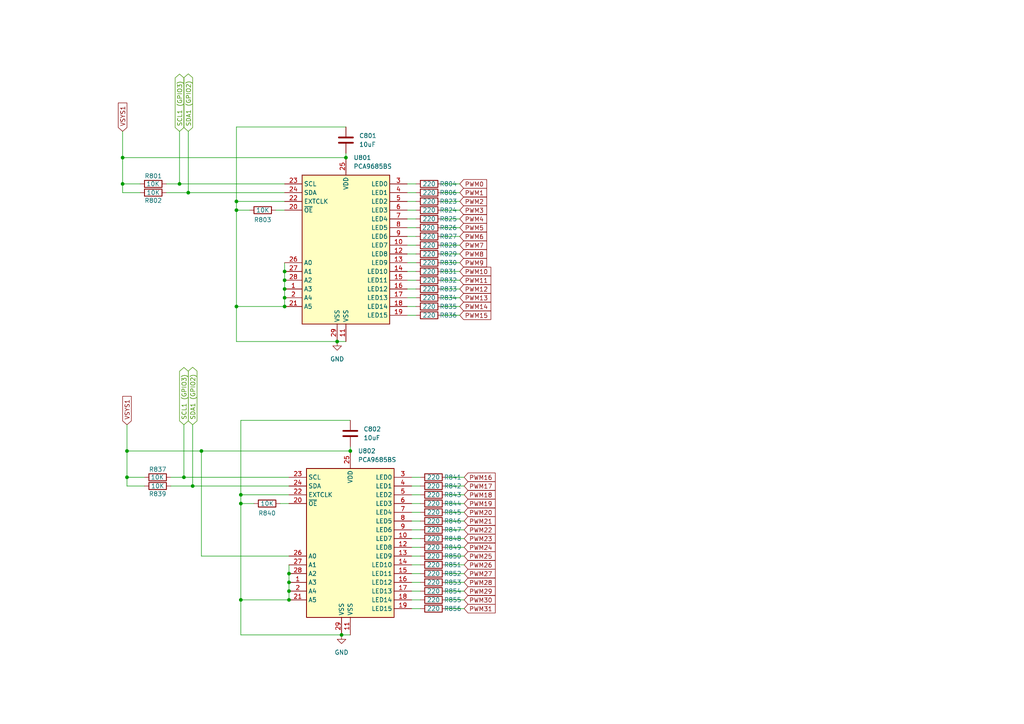
<source format=kicad_sch>
(kicad_sch (version 20231120) (generator "eeschema") (generator_version "8.0")
  (paper "A4")
  (lib_symbols
    (symbol "Device:C" (pin_numbers hide) (pin_names (offset 0.254))
      (property "Reference" "C" (at 0.635 2.54 0))
      (property "Value" "C" (at 0.635 -2.54 0))
      (symbol "C_0_1"
        (polyline (pts (xy -2.032 -0.762) (xy 2.032 -0.762)) (stroke (width 0.508)))
        (polyline (pts (xy -2.032 0.762) (xy 2.032 0.762)) (stroke (width 0.508)))
      )
      (symbol "C_1_1"
        (pin passive line (at 0 3.81 270) (length 2.794) (name "~") (number "1"))
        (pin passive line (at 0 -3.81 90) (length 2.794) (name "~") (number "2"))
      )
    )
    (symbol "Device:R" (pin_numbers hide) (pin_names (offset 0))
      (property "Reference" "R" (at 2.032 0 90))
      (property "Value" "R" (at 0 0 90))
      (symbol "R_0_1"
        (rectangle (start -1.016 -2.54) (end 1.016 2.54) (stroke (width 0.254)))
      )
      (symbol "R_1_1"
        (pin passive line (at 0 3.81 270) (length 1.27) (name "~") (number "1"))
        (pin passive line (at 0 -3.81 90) (length 1.27) (name "~") (number "2"))
      )
    )
    (symbol "Driver_LED:PCA9685BS"
      (property "Reference" "U" (at -12.7 22.225 0))
      (property "Value" "PCA9685BS" (at 1.27 22.225 0))
      (symbol "PCA9685BS_0_1"
        (rectangle (start -12.7 20.32) (end 12.7 -22.86) (stroke (width 0.254)) (fill (type background)))
      )
      (symbol "PCA9685BS_1_1"
        (pin input line (at -17.78 -12.7 0) (length 5.08) (name "A3") (number "1"))
        (pin output line (at 17.78 0 180) (length 5.08) (name "LED7") (number "10"))
        (pin power_in line (at 0 -27.94 90) (length 5.08) (name "VSS") (number "11"))
        (pin output line (at 17.78 -2.54 180) (length 5.08) (name "LED8") (number "12"))
        (pin output line (at 17.78 -5.08 180) (length 5.08) (name "LED9") (number "13"))
        (pin output line (at 17.78 -7.62 180) (length 5.08) (name "LED10") (number "14"))
        (pin output line (at 17.78 -10.16 180) (length 5.08) (name "LED11") (number "15"))
        (pin output line (at 17.78 -12.7 180) (length 5.08) (name "LED12") (number "16"))
        (pin output line (at 17.78 -15.24 180) (length 5.08) (name "LED13") (number "17"))
        (pin output line (at 17.78 -17.78 180) (length 5.08) (name "LED14") (number "18"))
        (pin output line (at 17.78 -20.32 180) (length 5.08) (name "LED15") (number "19"))
        (pin input line (at -17.78 -15.24 0) (length 5.08) (name "A4") (number "2"))
        (pin input line (at -17.78 10.16 0) (length 5.08) (name "~{OE}") (number "20"))
        (pin input line (at -17.78 -17.78 0) (length 5.08) (name "A5") (number "21"))
        (pin input line (at -17.78 12.7 0) (length 5.08) (name "EXTCLK") (number "22"))
        (pin input line (at -17.78 17.78 0) (length 5.08) (name "SCL") (number "23"))
        (pin bidirectional line (at -17.78 15.24 0) (length 5.08) (name "SDA") (number "24"))
        (pin power_in line (at 0 25.4 270) (length 5.08) (name "VDD") (number "25"))
        (pin input line (at -17.78 -5.08 0) (length 5.08) (name "A0") (number "26"))
        (pin input line (at -17.78 -7.62 0) (length 5.08) (name "A1") (number "27"))
        (pin input line (at -17.78 -10.16 0) (length 5.08) (name "A2") (number "28"))
        (pin power_in line (at -2.54 -27.94 90) (length 5.08) (name "VSS") (number "29"))
        (pin output line (at 17.78 17.78 180) (length 5.08) (name "LED0") (number "3"))
        (pin output line (at 17.78 15.24 180) (length 5.08) (name "LED1") (number "4"))
        (pin output line (at 17.78 12.7 180) (length 5.08) (name "LED2") (number "5"))
        (pin output line (at 17.78 10.16 180) (length 5.08) (name "LED3") (number "6"))
        (pin output line (at 17.78 7.62 180) (length 5.08) (name "LED4") (number "7"))
        (pin output line (at 17.78 5.08 180) (length 5.08) (name "LED5") (number "8"))
        (pin output line (at 17.78 2.54 180) (length 5.08) (name "LED6") (number "9"))
      )
    )
    (symbol "power:GND" (power) (pin_names (offset 0))
      (property "Value" "GND" (at 0 -3.81 0))
      (symbol "GND_0_1"
        (polyline (pts (xy 0 0) (xy 0 -1.27) (xy 1.27 -1.27) (xy 0 -2.54) (xy -1.27 -1.27) (xy 0 -1.27)))
      )
      (symbol "GND_1_1"
        (pin power_in line (at 0 0 270) (length 0) hide (name "GND") (number "1"))
      )
    )
  )
  (junction (at 82.55 78.74))
  (junction (at 83.82 173.99))
  (junction (at 82.55 86.36))
  (junction (at 69.85 173.99))
  (junction (at 82.55 81.28))
  (junction (at 83.82 168.91))
  (junction (at 101.6 130.81))
  (junction (at 52.07 53.34))
  (junction (at 36.83 138.43))
  (junction (at 68.58 88.9))
  (junction (at 36.83 130.81))
  (junction (at 55.88 140.97))
  (junction (at 69.85 146.05))
  (junction (at 82.55 83.82))
  (junction (at 82.55 88.9))
  (junction (at 54.61 55.88))
  (junction (at 99.06 184.15))
  (junction (at 83.82 166.37))
  (junction (at 35.56 53.34))
  (junction (at 53.34 138.43))
  (junction (at 35.56 45.72))
  (junction (at 58.42 130.81))
  (junction (at 83.82 171.45))
  (junction (at 100.33 45.72))
  (junction (at 68.58 58.42))
  (junction (at 68.58 60.96))
  (junction (at 97.79 99.06))
  (junction (at 69.85 143.51))
  (wire (pts (xy 121.92 168.91) (xy 119.38 168.91)))
  (wire (pts (xy 120.65 91.44) (xy 118.11 91.44)))
  (wire (pts (xy 36.83 130.81) (xy 36.83 138.43)))
  (wire (pts (xy 68.58 58.42) (xy 68.58 60.96)))
  (wire (pts (xy 128.27 66.04) (xy 133.35 66.04)))
  (wire (pts (xy 121.92 173.99) (xy 119.38 173.99)))
  (wire (pts (xy 35.56 53.34) (xy 35.56 55.88)))
  (wire (pts (xy 120.65 73.66) (xy 118.11 73.66)))
  (wire (pts (xy 83.82 166.37) (xy 83.82 168.91)))
  (wire (pts (xy 129.54 138.43) (xy 134.62 138.43)))
  (wire (pts (xy 128.27 55.88) (xy 133.35 55.88)))
  (wire (pts (xy 80.01 60.96) (xy 82.55 60.96)))
  (wire (pts (xy 68.58 60.96) (xy 68.58 88.9)))
  (wire (pts (xy 121.92 158.75) (xy 119.38 158.75)))
  (wire (pts (xy 129.54 161.29) (xy 134.62 161.29)))
  (wire (pts (xy 129.54 163.83) (xy 134.62 163.83)))
  (wire (pts (xy 121.92 151.13) (xy 119.38 151.13)))
  (wire (pts (xy 35.56 53.34) (xy 40.64 53.34)))
  (wire (pts (xy 35.56 38.1) (xy 35.56 45.72)))
  (wire (pts (xy 36.83 138.43) (xy 41.91 138.43)))
  (wire (pts (xy 129.54 171.45) (xy 134.62 171.45)))
  (wire (pts (xy 129.54 156.21) (xy 134.62 156.21)))
  (wire (pts (xy 128.27 76.2) (xy 133.35 76.2)))
  (wire (pts (xy 54.61 38.1) (xy 54.61 55.88)))
  (wire (pts (xy 129.54 173.99) (xy 134.62 173.99)))
  (wire (pts (xy 82.55 83.82) (xy 82.55 86.36)))
  (wire (pts (xy 121.92 176.53) (xy 119.38 176.53)))
  (wire (pts (xy 69.85 121.92) (xy 69.85 143.51)))
  (wire (pts (xy 82.55 76.2) (xy 82.55 78.74)))
  (wire (pts (xy 121.92 143.51) (xy 119.38 143.51)))
  (wire (pts (xy 121.92 161.29) (xy 119.38 161.29)))
  (wire (pts (xy 36.83 138.43) (xy 36.83 140.97)))
  (wire (pts (xy 36.83 123.19) (xy 36.83 130.81)))
  (wire (pts (xy 68.58 88.9) (xy 68.58 99.06)))
  (wire (pts (xy 121.92 140.97) (xy 119.38 140.97)))
  (wire (pts (xy 121.92 138.43) (xy 119.38 138.43)))
  (wire (pts (xy 129.54 140.97) (xy 134.62 140.97)))
  (wire (pts (xy 129.54 143.51) (xy 134.62 143.51)))
  (wire (pts (xy 129.54 176.53) (xy 134.62 176.53)))
  (wire (pts (xy 55.88 140.97) (xy 83.82 140.97)))
  (wire (pts (xy 97.79 99.06) (xy 100.33 99.06)))
  (wire (pts (xy 120.65 81.28) (xy 118.11 81.28)))
  (wire (pts (xy 120.65 60.96) (xy 118.11 60.96)))
  (wire (pts (xy 69.85 173.99) (xy 69.85 184.15)))
  (wire (pts (xy 68.58 88.9) (xy 82.55 88.9)))
  (wire (pts (xy 83.82 171.45) (xy 83.82 173.99)))
  (wire (pts (xy 128.27 91.44) (xy 133.35 91.44)))
  (wire (pts (xy 128.27 60.96) (xy 133.35 60.96)))
  (wire (pts (xy 36.83 130.81) (xy 58.42 130.81)))
  (wire (pts (xy 53.34 123.19) (xy 53.34 138.43)))
  (wire (pts (xy 82.55 86.36) (xy 82.55 88.9)))
  (wire (pts (xy 52.07 53.34) (xy 82.55 53.34)))
  (wire (pts (xy 82.55 81.28) (xy 82.55 83.82)))
  (wire (pts (xy 69.85 143.51) (xy 83.82 143.51)))
  (wire (pts (xy 82.55 78.74) (xy 82.55 81.28)))
  (wire (pts (xy 101.6 121.92) (xy 69.85 121.92)))
  (wire (pts (xy 101.6 129.54) (xy 101.6 130.81)))
  (wire (pts (xy 68.58 58.42) (xy 82.55 58.42)))
  (wire (pts (xy 121.92 153.67) (xy 119.38 153.67)))
  (wire (pts (xy 120.65 78.74) (xy 118.11 78.74)))
  (wire (pts (xy 128.27 71.12) (xy 133.35 71.12)))
  (wire (pts (xy 128.27 78.74) (xy 133.35 78.74)))
  (wire (pts (xy 121.92 146.05) (xy 119.38 146.05)))
  (wire (pts (xy 120.65 88.9) (xy 118.11 88.9)))
  (wire (pts (xy 128.27 68.58) (xy 133.35 68.58)))
  (wire (pts (xy 120.65 68.58) (xy 118.11 68.58)))
  (wire (pts (xy 69.85 143.51) (xy 69.85 146.05)))
  (wire (pts (xy 83.82 168.91) (xy 83.82 171.45)))
  (wire (pts (xy 129.54 146.05) (xy 134.62 146.05)))
  (wire (pts (xy 129.54 151.13) (xy 134.62 151.13)))
  (wire (pts (xy 35.56 45.72) (xy 35.56 53.34)))
  (wire (pts (xy 52.07 38.1) (xy 52.07 53.34)))
  (wire (pts (xy 53.34 138.43) (xy 83.82 138.43)))
  (wire (pts (xy 128.27 83.82) (xy 133.35 83.82)))
  (wire (pts (xy 129.54 148.59) (xy 134.62 148.59)))
  (wire (pts (xy 83.82 163.83) (xy 83.82 166.37)))
  (wire (pts (xy 100.33 44.45) (xy 100.33 45.72)))
  (wire (pts (xy 69.85 146.05) (xy 69.85 173.99)))
  (wire (pts (xy 121.92 166.37) (xy 119.38 166.37)))
  (wire (pts (xy 83.82 161.29) (xy 58.42 161.29)))
  (wire (pts (xy 128.27 58.42) (xy 133.35 58.42)))
  (wire (pts (xy 129.54 168.91) (xy 134.62 168.91)))
  (wire (pts (xy 120.65 71.12) (xy 118.11 71.12)))
  (wire (pts (xy 99.06 184.15) (xy 101.6 184.15)))
  (wire (pts (xy 49.53 138.43) (xy 53.34 138.43)))
  (wire (pts (xy 69.85 173.99) (xy 83.82 173.99)))
  (wire (pts (xy 128.27 88.9) (xy 133.35 88.9)))
  (wire (pts (xy 69.85 184.15) (xy 99.06 184.15)))
  (wire (pts (xy 48.26 55.88) (xy 54.61 55.88)))
  (wire (pts (xy 120.65 58.42) (xy 118.11 58.42)))
  (wire (pts (xy 68.58 36.83) (xy 68.58 58.42)))
  (wire (pts (xy 58.42 130.81) (xy 101.6 130.81)))
  (wire (pts (xy 120.65 83.82) (xy 118.11 83.82)))
  (wire (pts (xy 36.83 140.97) (xy 41.91 140.97)))
  (wire (pts (xy 81.28 146.05) (xy 83.82 146.05)))
  (wire (pts (xy 120.65 63.5) (xy 118.11 63.5)))
  (wire (pts (xy 128.27 63.5) (xy 133.35 63.5)))
  (wire (pts (xy 35.56 55.88) (xy 40.64 55.88)))
  (wire (pts (xy 120.65 76.2) (xy 118.11 76.2)))
  (wire (pts (xy 120.65 55.88) (xy 118.11 55.88)))
  (wire (pts (xy 69.85 146.05) (xy 73.66 146.05)))
  (wire (pts (xy 129.54 153.67) (xy 134.62 153.67)))
  (wire (pts (xy 68.58 60.96) (xy 72.39 60.96)))
  (wire (pts (xy 121.92 156.21) (xy 119.38 156.21)))
  (wire (pts (xy 120.65 66.04) (xy 118.11 66.04)))
  (wire (pts (xy 121.92 148.59) (xy 119.38 148.59)))
  (wire (pts (xy 54.61 55.88) (xy 82.55 55.88)))
  (wire (pts (xy 120.65 86.36) (xy 118.11 86.36)))
  (wire (pts (xy 49.53 140.97) (xy 55.88 140.97)))
  (wire (pts (xy 128.27 73.66) (xy 133.35 73.66)))
  (wire (pts (xy 68.58 99.06) (xy 97.79 99.06)))
  (wire (pts (xy 35.56 45.72) (xy 100.33 45.72)))
  (wire (pts (xy 128.27 81.28) (xy 133.35 81.28)))
  (wire (pts (xy 100.33 36.83) (xy 68.58 36.83)))
  (wire (pts (xy 58.42 161.29) (xy 58.42 130.81)))
  (wire (pts (xy 121.92 171.45) (xy 119.38 171.45)))
  (wire (pts (xy 48.26 53.34) (xy 52.07 53.34)))
  (wire (pts (xy 129.54 166.37) (xy 134.62 166.37)))
  (wire (pts (xy 118.11 53.34) (xy 120.65 53.34)))
  (wire (pts (xy 128.27 86.36) (xy 133.35 86.36)))
  (wire (pts (xy 128.27 53.34) (xy 133.35 53.34)))
  (wire (pts (xy 55.88 123.19) (xy 55.88 140.97)))
  (wire (pts (xy 121.92 163.83) (xy 119.38 163.83)))
  (wire (pts (xy 129.54 158.75) (xy 134.62 158.75)))
  (global_label "PWM21" (shape input) (at 134.62 151.13 0) (property "Intersheetrefs" "${INTERSHEET_REFS}" (effects (hide yes))))
  (global_label "PWM8" (shape input) (at 133.35 73.66 0) (property "Intersheetrefs" "${INTERSHEET_REFS}" (effects (hide yes))))
  (global_label "PWM20" (shape input) (at 134.62 148.59 0) (property "Intersheetrefs" "${INTERSHEET_REFS}" (effects (hide yes))))
  (global_label "PWM15" (shape input) (at 133.35 91.44 0) (property "Intersheetrefs" "${INTERSHEET_REFS}" (effects (hide yes))))
  (global_label "PWM22" (shape input) (at 134.62 153.67 0) (property "Intersheetrefs" "${INTERSHEET_REFS}" (effects (hide yes))))
  (global_label "PWM3" (shape input) (at 133.35 60.96 0) (property "Intersheetrefs" "${INTERSHEET_REFS}" (effects (hide yes))))
  (global_label "PWM12" (shape input) (at 133.35 83.82 0) (property "Intersheetrefs" "${INTERSHEET_REFS}" (effects (hide yes))))
  (global_label "PWM1" (shape input) (at 133.35 55.88 0) (property "Intersheetrefs" "${INTERSHEET_REFS}" (effects (hide yes))))
  (global_label "SDA1 (GPIO2)" (shape bidirectional) (at 55.88 123.19 90) (property "Intersheetrefs" "${INTERSHEET_REFS}" (effects (hide yes))))
  (global_label "PWM19" (shape input) (at 134.62 146.05 0) (property "Intersheetrefs" "${INTERSHEET_REFS}" (effects (hide yes))))
  (global_label "PWM2" (shape input) (at 133.35 58.42 0) (property "Intersheetrefs" "${INTERSHEET_REFS}" (effects (hide yes))))
  (global_label "PWM6" (shape input) (at 133.35 68.58 0) (property "Intersheetrefs" "${INTERSHEET_REFS}" (effects (hide yes))))
  (global_label "PWM28" (shape input) (at 134.62 168.91 0) (property "Intersheetrefs" "${INTERSHEET_REFS}" (effects (hide yes))))
  (global_label "PWM14" (shape input) (at 133.35 88.9 0) (property "Intersheetrefs" "${INTERSHEET_REFS}" (effects (hide yes))))
  (global_label "PWM26" (shape input) (at 134.62 163.83 0) (property "Intersheetrefs" "${INTERSHEET_REFS}" (effects (hide yes))))
  (global_label "PWM29" (shape input) (at 134.62 171.45 0) (property "Intersheetrefs" "${INTERSHEET_REFS}" (effects (hide yes))))
  (global_label "PWM13" (shape input) (at 133.35 86.36 0) (property "Intersheetrefs" "${INTERSHEET_REFS}" (effects (hide yes))))
  (global_label "PWM0" (shape input) (at 133.35 53.34 0) (property "Intersheetrefs" "${INTERSHEET_REFS}" (effects (hide yes))))
  (global_label "PWM7" (shape input) (at 133.35 71.12 0) (property "Intersheetrefs" "${INTERSHEET_REFS}" (effects (hide yes))))
  (global_label "PWM30" (shape input) (at 134.62 173.99 0) (property "Intersheetrefs" "${INTERSHEET_REFS}" (effects (hide yes))))
  (global_label "PWM11" (shape input) (at 133.35 81.28 0) (property "Intersheetrefs" "${INTERSHEET_REFS}" (effects (hide yes))))
  (global_label "PWM5" (shape input) (at 133.35 66.04 0) (property "Intersheetrefs" "${INTERSHEET_REFS}" (effects (hide yes))))
  (global_label "PWM10" (shape input) (at 133.35 78.74 0) (property "Intersheetrefs" "${INTERSHEET_REFS}" (effects (hide yes))))
  (global_label "PWM25" (shape input) (at 134.62 161.29 0) (property "Intersheetrefs" "${INTERSHEET_REFS}" (effects (hide yes))))
  (global_label "SDA1 (GPIO2)" (shape bidirectional) (at 54.61 38.1 90) (property "Intersheetrefs" "${INTERSHEET_REFS}" (effects (hide yes))))
  (global_label "PWM31" (shape input) (at 134.62 176.53 0) (property "Intersheetrefs" "${INTERSHEET_REFS}" (effects (hide yes))))
  (global_label "VSYS1" (shape input) (at 36.83 123.19 90) (property "Intersheetrefs" "${INTERSHEET_REFS}" (effects (hide yes))))
  (global_label "PWM18" (shape input) (at 134.62 143.51 0) (property "Intersheetrefs" "${INTERSHEET_REFS}" (effects (hide yes))))
  (global_label "SCL1 (GPIO3)" (shape bidirectional) (at 53.34 123.19 90) (property "Intersheetrefs" "${INTERSHEET_REFS}" (effects (hide yes))))
  (global_label "SCL1 (GPIO3)" (shape bidirectional) (at 52.07 38.1 90) (property "Intersheetrefs" "${INTERSHEET_REFS}" (effects (hide yes))))
  (global_label "VSYS1" (shape input) (at 35.56 38.1 90) (property "Intersheetrefs" "${INTERSHEET_REFS}" (effects (hide yes))))
  (global_label "PWM4" (shape input) (at 133.35 63.5 0) (property "Intersheetrefs" "${INTERSHEET_REFS}" (effects (hide yes))))
  (global_label "PWM24" (shape input) (at 134.62 158.75 0) (property "Intersheetrefs" "${INTERSHEET_REFS}" (effects (hide yes))))
  (global_label "PWM16" (shape input) (at 134.62 138.43 0) (property "Intersheetrefs" "${INTERSHEET_REFS}" (effects (hide yes))))
  (global_label "PWM9" (shape input) (at 133.35 76.2 0) (property "Intersheetrefs" "${INTERSHEET_REFS}" (effects (hide yes))))
  (global_label "PWM17" (shape input) (at 134.62 140.97 0) (property "Intersheetrefs" "${INTERSHEET_REFS}" (effects (hide yes))))
  (global_label "PWM27" (shape input) (at 134.62 166.37 0) (property "Intersheetrefs" "${INTERSHEET_REFS}" (effects (hide yes))))
  (global_label "PWM23" (shape input) (at 134.62 156.21 0) (property "Intersheetrefs" "${INTERSHEET_REFS}" (effects (hide yes))))
  (symbol (lib_id "Device:R") (at 125.73 146.05 90) (unit 1)
    (property "Reference" "R844" (at 131.318 146.05 90))
    (property "Value" "220" (at 125.73 146.05 90))
    (property "Footprint" "Resistor_SMD:R_0402_1005Metric" (effects (hide yes)))
    (property "Description" "Resistor" (effects (hide yes)))
  )
  (symbol (lib_id "Device:R") (at 125.73 171.45 90) (unit 1)
    (property "Reference" "R854" (at 131.318 171.45 90))
    (property "Value" "220" (at 125.73 171.45 90))
    (property "Footprint" "Resistor_SMD:R_0402_1005Metric" (effects (hide yes)))
    (property "Description" "Resistor" (effects (hide yes)))
  )
  (symbol (lib_id "Device:R") (at 124.46 73.66 90) (unit 1)
    (property "Reference" "R829" (at 130.048 73.66 90))
    (property "Value" "220" (at 124.46 73.66 90))
    (property "Footprint" "Resistor_SMD:R_0402_1005Metric" (effects (hide yes)))
    (property "Description" "Resistor" (effects (hide yes)))
  )
  (symbol (lib_id "Device:R") (at 124.46 86.36 90) (unit 1)
    (property "Reference" "R834" (at 130.048 86.36 90))
    (property "Value" "220" (at 124.46 86.36 90))
    (property "Footprint" "Resistor_SMD:R_0402_1005Metric" (effects (hide yes)))
    (property "Description" "Resistor" (effects (hide yes)))
  )
  (symbol (lib_id "Device:R") (at 124.46 55.88 90) (unit 1)
    (property "Reference" "R806" (at 130.048 55.88 90))
    (property "Value" "220" (at 124.46 55.88 90))
    (property "Footprint" "Resistor_SMD:R_0402_1005Metric" (effects (hide yes)))
    (property "Description" "Resistor" (effects (hide yes)))
  )
  (symbol (lib_id "Device:R") (at 125.73 176.53 90) (unit 1)
    (property "Reference" "R856" (at 131.318 176.53 90))
    (property "Value" "220" (at 125.73 176.53 90))
    (property "Footprint" "Resistor_SMD:R_0402_1005Metric" (effects (hide yes)))
    (property "Description" "Resistor" (effects (hide yes)))
  )
  (symbol (lib_id "Device:R") (at 44.45 53.34 270) (unit 1)
    (property "Reference" "R801" (at 41.91 51.054 90) (effects (justify left)))
    (property "Value" "10K" (at 42.418 53.34 90) (effects (justify left)))
    (property "Footprint" "Resistor_SMD:R_0402_1005Metric" (effects (hide yes)))
  )
  (symbol (lib_id "Device:R") (at 124.46 53.34 90) (unit 1)
    (property "Reference" "R804" (at 130.048 53.34 90))
    (property "Value" "220" (at 124.46 53.34 90))
    (property "Footprint" "Resistor_SMD:R_0402_1005Metric" (effects (hide yes)))
    (property "Description" "Resistor" (effects (hide yes)))
  )
  (symbol (lib_id "Device:R") (at 125.73 161.29 90) (unit 1)
    (property "Reference" "R850" (at 131.318 161.29 90))
    (property "Value" "220" (at 125.73 161.29 90))
    (property "Footprint" "Resistor_SMD:R_0402_1005Metric" (effects (hide yes)))
    (property "Description" "Resistor" (effects (hide yes)))
  )
  (symbol (lib_id "Device:R") (at 76.2 60.96 90) (unit 1)
    (property "Reference" "R803" (at 76.2 63.754 90))
    (property "Value" "10K" (at 76.2 60.96 90))
    (property "Footprint" "Resistor_SMD:R_0402_1005Metric" (effects (hide yes)))
  )
  (symbol (lib_id "Device:R") (at 124.46 76.2 90) (unit 1)
    (property "Reference" "R830" (at 130.048 76.2 90))
    (property "Value" "220" (at 124.46 76.2 90))
    (property "Footprint" "Resistor_SMD:R_0402_1005Metric" (effects (hide yes)))
    (property "Description" "Resistor" (effects (hide yes)))
  )
  (symbol (lib_id "Device:R") (at 125.73 156.21 90) (unit 1)
    (property "Reference" "R848" (at 131.318 156.21 90))
    (property "Value" "220" (at 125.73 156.21 90))
    (property "Footprint" "Resistor_SMD:R_0402_1005Metric" (effects (hide yes)))
    (property "Description" "Resistor" (effects (hide yes)))
  )
  (symbol (lib_id "Driver_LED:PCA9685BS") (at 100.33 71.12 0) (unit 1)
    (property "Reference" "U801" (at 102.5241 45.72 0) (effects (justify left)))
    (property "Value" "PCA9685BS" (at 102.5241 48.26 0) (effects (justify left)))
    (property "Footprint" "Package_DFN_QFN:QFN-28-1EP_6x6mm_P0.65mm_EP4.25x4.25mm" (effects (hide yes)))
    (property "Datasheet" "http://www.nxp.com/docs/en/data-sheet/PCA9685.pdf" (effects (hide yes)))
    (property "Description" "16-channel 12-bit PWM Fm+ I2C-bus LED controller RGBA QFN" (effects (hide yes)))
  )
  (symbol (lib_id "Device:R") (at 125.73 153.67 90) (unit 1)
    (property "Reference" "R847" (at 131.318 153.67 90))
    (property "Value" "220" (at 125.73 153.67 90))
    (property "Footprint" "Resistor_SMD:R_0402_1005Metric" (effects (hide yes)))
    (property "Description" "Resistor" (effects (hide yes)))
  )
  (symbol (lib_id "Device:R") (at 125.73 138.43 90) (unit 1)
    (property "Reference" "R841" (at 131.318 138.43 90))
    (property "Value" "220" (at 125.73 138.43 90))
    (property "Footprint" "Resistor_SMD:R_0402_1005Metric" (effects (hide yes)))
    (property "Description" "Resistor" (effects (hide yes)))
  )
  (symbol (lib_id "Device:R") (at 124.46 91.44 90) (unit 1)
    (property "Reference" "R836" (at 130.048 91.44 90))
    (property "Value" "220" (at 124.46 91.44 90))
    (property "Footprint" "Resistor_SMD:R_0402_1005Metric" (effects (hide yes)))
    (property "Description" "Resistor" (effects (hide yes)))
  )
  (symbol (lib_id "Device:R") (at 45.72 138.43 270) (unit 1)
    (property "Reference" "R837" (at 43.18 136.144 90) (effects (justify left)))
    (property "Value" "10K" (at 43.688 138.43 90) (effects (justify left)))
    (property "Footprint" "Resistor_SMD:R_0402_1005Metric" (effects (hide yes)))
  )
  (symbol (lib_id "Device:R") (at 125.73 168.91 90) (unit 1)
    (property "Reference" "R853" (at 131.318 168.91 90))
    (property "Value" "220" (at 125.73 168.91 90))
    (property "Footprint" "Resistor_SMD:R_0402_1005Metric" (effects (hide yes)))
    (property "Description" "Resistor" (effects (hide yes)))
  )
  (symbol (lib_id "Device:R") (at 124.46 83.82 90) (unit 1)
    (property "Reference" "R833" (at 130.048 83.82 90))
    (property "Value" "220" (at 124.46 83.82 90))
    (property "Footprint" "Resistor_SMD:R_0402_1005Metric" (effects (hide yes)))
    (property "Description" "Resistor" (effects (hide yes)))
  )
  (symbol (lib_id "Device:R") (at 124.46 68.58 90) (unit 1)
    (property "Reference" "R827" (at 130.048 68.58 90))
    (property "Value" "220" (at 124.46 68.58 90))
    (property "Footprint" "Resistor_SMD:R_0402_1005Metric" (effects (hide yes)))
    (property "Description" "Resistor" (effects (hide yes)))
  )
  (symbol (lib_id "Device:R") (at 124.46 81.28 90) (unit 1)
    (property "Reference" "R832" (at 130.048 81.28 90))
    (property "Value" "220" (at 124.46 81.28 90))
    (property "Footprint" "Resistor_SMD:R_0402_1005Metric" (effects (hide yes)))
    (property "Description" "Resistor" (effects (hide yes)))
  )
  (symbol (lib_id "Device:R") (at 45.72 140.97 270) (unit 1)
    (property "Reference" "R839" (at 45.72 143.256 90))
    (property "Value" "10K" (at 45.72 140.97 90))
    (property "Footprint" "Resistor_SMD:R_0402_1005Metric" (effects (hide yes)))
  )
  (symbol (lib_id "Device:R") (at 124.46 66.04 90) (unit 1)
    (property "Reference" "R826" (at 130.048 66.04 90))
    (property "Value" "220" (at 124.3052 66.0646 90))
    (property "Footprint" "Resistor_SMD:R_0402_1005Metric" (effects (hide yes)))
    (property "Description" "Resistor" (effects (hide yes)))
  )
  (symbol (lib_id "Device:R") (at 125.73 163.83 90) (unit 1)
    (property "Reference" "R851" (at 131.318 163.83 90))
    (property "Value" "220" (at 125.73 163.83 90))
    (property "Footprint" "Resistor_SMD:R_0402_1005Metric" (effects (hide yes)))
    (property "Description" "Resistor" (effects (hide yes)))
  )
  (symbol (lib_id "Device:R") (at 124.46 71.12 90) (unit 1)
    (property "Reference" "R828" (at 130.048 71.12 90))
    (property "Value" "220" (at 124.46 71.12 90))
    (property "Footprint" "Resistor_SMD:R_0402_1005Metric" (effects (hide yes)))
    (property "Description" "Resistor" (effects (hide yes)))
  )
  (symbol (lib_id "Device:R") (at 124.46 78.74 90) (unit 1)
    (property "Reference" "R831" (at 130.048 78.74 90))
    (property "Value" "220" (at 124.46 78.74 90))
    (property "Footprint" "Resistor_SMD:R_0402_1005Metric" (effects (hide yes)))
    (property "Description" "Resistor" (effects (hide yes)))
  )
  (symbol (lib_id "Driver_LED:PCA9685BS") (at 101.6 156.21 0) (unit 1)
    (property "Reference" "U802" (at 103.7941 130.81 0) (effects (justify left)))
    (property "Value" "PCA9685BS" (at 103.7941 133.35 0) (effects (justify left)))
    (property "Footprint" "Package_DFN_QFN:QFN-28-1EP_6x6mm_P0.65mm_EP4.25x4.25mm" (effects (hide yes)))
    (property "Datasheet" "http://www.nxp.com/docs/en/data-sheet/PCA9685.pdf" (effects (hide yes)))
    (property "Description" "16-channel 12-bit PWM Fm+ I2C-bus LED controller RGBA QFN" (effects (hide yes)))
  )
  (symbol (lib_id "power:GND") (at 97.79 99.06 0) (unit 1)
    (property "Reference" "#PWR073" (effects (hide yes)))
    (property "Value" "GND" (at 97.79 104.14 0))
  )
  (symbol (lib_id "Device:R") (at 124.46 58.42 90) (unit 1)
    (property "Reference" "R823" (at 130.048 58.42 90))
    (property "Value" "220" (at 124.46 58.42 90))
    (property "Footprint" "Resistor_SMD:R_0402_1005Metric" (effects (hide yes)))
    (property "Description" "Resistor" (effects (hide yes)))
  )
  (symbol (lib_id "Device:R") (at 124.46 88.9 90) (unit 1)
    (property "Reference" "R835" (at 130.048 88.9 90))
    (property "Value" "220" (at 124.46 88.9 90))
    (property "Footprint" "Resistor_SMD:R_0402_1005Metric" (effects (hide yes)))
    (property "Description" "Resistor" (effects (hide yes)))
  )
  (symbol (lib_id "Device:C") (at 100.33 40.64 0) (unit 1)
    (property "Reference" "C801" (at 104.14 39.3699 0) (effects (justify left)))
    (property "Value" "10uF" (at 104.14 41.9099 0) (effects (justify left)))
    (property "Footprint" "Capacitor_SMD:C_0402_1005Metric" (effects (hide yes)))
  )
  (symbol (lib_id "Device:R") (at 44.45 55.88 270) (unit 1)
    (property "Reference" "R802" (at 44.45 58.166 90))
    (property "Value" "10K" (at 44.45 55.88 90))
    (property "Footprint" "Resistor_SMD:R_0402_1005Metric" (effects (hide yes)))
  )
  (symbol (lib_id "Device:R") (at 125.73 143.51 90) (unit 1)
    (property "Reference" "R843" (at 131.318 143.51 90))
    (property "Value" "220" (at 125.73 143.51 90))
    (property "Footprint" "Resistor_SMD:R_0402_1005Metric" (effects (hide yes)))
    (property "Description" "Resistor" (effects (hide yes)))
  )
  (symbol (lib_id "Device:R") (at 125.73 166.37 90) (unit 1)
    (property "Reference" "R852" (at 131.318 166.37 90))
    (property "Value" "220" (at 125.73 166.37 90))
    (property "Footprint" "Resistor_SMD:R_0402_1005Metric" (effects (hide yes)))
    (property "Description" "Resistor" (effects (hide yes)))
  )
  (symbol (lib_id "Device:R") (at 125.73 151.13 90) (unit 1)
    (property "Reference" "R846" (at 131.318 151.13 90))
    (property "Value" "220" (at 125.73 151.13 90))
    (property "Footprint" "Resistor_SMD:R_0402_1005Metric" (effects (hide yes)))
    (property "Description" "Resistor" (effects (hide yes)))
  )
  (symbol (lib_id "Device:R") (at 125.73 173.99 90) (unit 1)
    (property "Reference" "R855" (at 131.318 173.99 90))
    (property "Value" "220" (at 125.73 173.99 90))
    (property "Footprint" "Resistor_SMD:R_0402_1005Metric" (effects (hide yes)))
    (property "Description" "Resistor" (effects (hide yes)))
  )
  (symbol (lib_id "Device:R") (at 124.46 63.5 90) (unit 1)
    (property "Reference" "R825" (at 130.048 63.5 90))
    (property "Value" "220" (at 124.46 63.5 90))
    (property "Footprint" "Resistor_SMD:R_0402_1005Metric" (effects (hide yes)))
    (property "Description" "Resistor" (effects (hide yes)))
  )
  (symbol (lib_id "Device:R") (at 125.73 158.75 90) (unit 1)
    (property "Reference" "R849" (at 131.318 158.75 90))
    (property "Value" "220" (at 125.73 158.75 90))
    (property "Footprint" "Resistor_SMD:R_0402_1005Metric" (effects (hide yes)))
    (property "Description" "Resistor" (effects (hide yes)))
  )
  (symbol (lib_id "Device:R") (at 77.47 146.05 90) (unit 1)
    (property "Reference" "R840" (at 77.47 148.844 90))
    (property "Value" "10K" (at 77.47 146.05 90))
    (property "Footprint" "Resistor_SMD:R_0402_1005Metric" (effects (hide yes)))
  )
  (symbol (lib_id "Device:R") (at 124.46 60.96 90) (unit 1)
    (property "Reference" "R824" (at 130.048 60.96 90))
    (property "Value" "220" (at 124.46 60.96 90))
    (property "Footprint" "Resistor_SMD:R_0402_1005Metric" (effects (hide yes)))
    (property "Description" "Resistor" (effects (hide yes)))
  )
  (symbol (lib_id "power:GND") (at 99.06 184.15 0) (unit 1)
    (property "Reference" "#PWR0504" (effects (hide yes)))
    (property "Value" "GND" (at 99.06 189.23 0))
  )
  (symbol (lib_id "Device:C") (at 101.6 125.73 0) (unit 1)
    (property "Reference" "C802" (at 105.41 124.4599 0) (effects (justify left)))
    (property "Value" "10uF" (at 105.41 126.9999 0) (effects (justify left)))
    (property "Footprint" "Capacitor_SMD:C_0402_1005Metric" (effects (hide yes)))
  )
  (symbol (lib_id "Device:R") (at 125.73 148.59 90) (unit 1)
    (property "Reference" "R845" (at 131.318 148.59 90))
    (property "Value" "220" (at 125.73 148.59 90))
    (property "Footprint" "Resistor_SMD:R_0402_1005Metric" (effects (hide yes)))
    (property "Description" "Resistor" (effects (hide yes)))
  )
  (symbol (lib_id "Device:R") (at 125.73 140.97 90) (unit 1)
    (property "Reference" "R842" (at 131.318 140.97 90))
    (property "Value" "220" (at 125.73 140.97 90))
    (property "Footprint" "Resistor_SMD:R_0402_1005Metric" (effects (hide yes)))
    (property "Description" "Resistor" (effects (hide yes)))
  )
)
</source>
